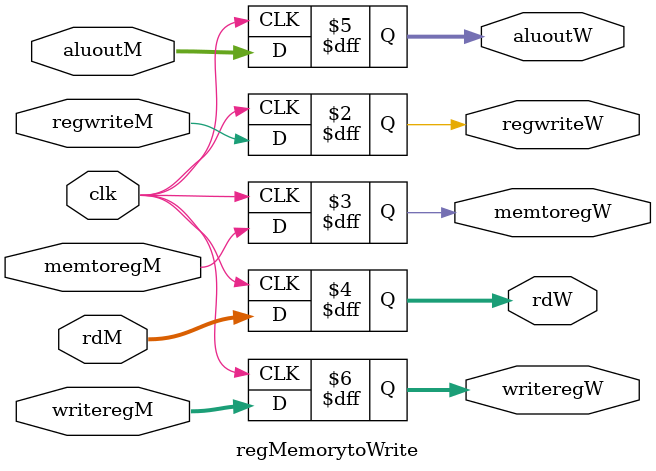
<source format=sv>
`timescale 1ns / 1ps


module regMemorytoWrite(
input logic clk,
input logic regwriteM, memtoregM,
output logic regwriteW, memtoregW,
input logic [31:0] rdM, aluoutM,
output logic [31:0] rdW, aluoutW,
input logic [4:0] writeregM,
output logic [4:0] writeregW
    );
    
    always_ff@(posedge clk)
    begin
        regwriteW<=regwriteM;
        memtoregW<=memtoregM;
        rdW<=rdM;
        aluoutW<=aluoutM;
        writeregW<=writeregM;
    end
endmodule


</source>
